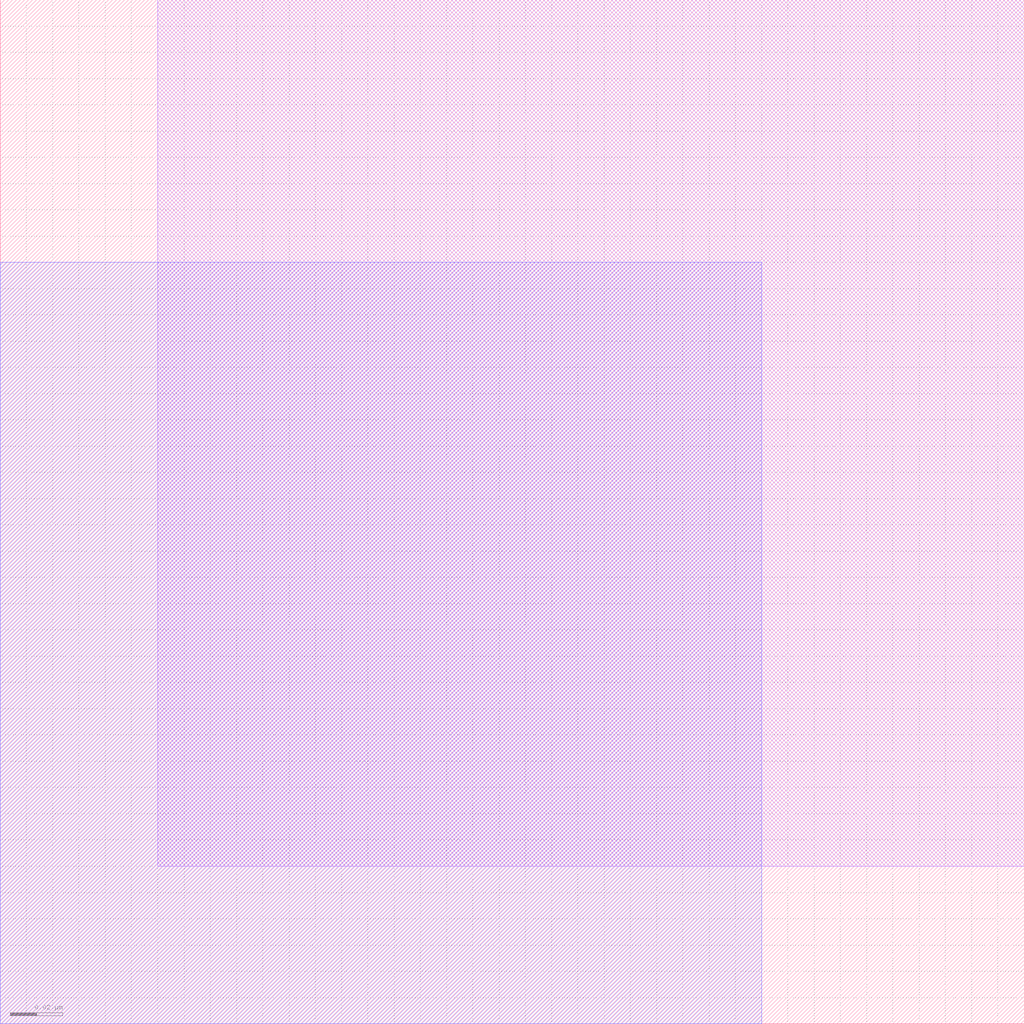
<source format=lef>
# Copyright 2020 The SkyWater PDK Authors
#
# Licensed under the Apache License, Version 2.0 (the "License");
# you may not use this file except in compliance with the License.
# You may obtain a copy of the License at
#
#     https://www.apache.org/licenses/LICENSE-2.0
#
# Unless required by applicable law or agreed to in writing, software
# distributed under the License is distributed on an "AS IS" BASIS,
# WITHOUT WARRANTIES OR CONDITIONS OF ANY KIND, either express or implied.
# See the License for the specific language governing permissions and
# limitations under the License.
#
# SPDX-License-Identifier: Apache-2.0

VERSION 5.7 ;
  NOWIREEXTENSIONATPIN ON ;
  DIVIDERCHAR "/" ;
  BUSBITCHARS "[]" ;
MACRO sky130_fd_pr__via_pom1__example1
  CLASS BLOCK ;
  FOREIGN sky130_fd_pr__via_pom1__example1 ;
  ORIGIN  0.060000  0.060000 ;
  SIZE  0.390000 BY  0.390000 ;
  OBS
    LAYER li1 ;
      RECT 0.000000 0.000000 0.330000 0.330000 ;
    LAYER met1 ;
      RECT -0.060000 -0.060000 0.230000 0.230000 ;
  END
END sky130_fd_pr__via_pom1__example1
END LIBRARY

</source>
